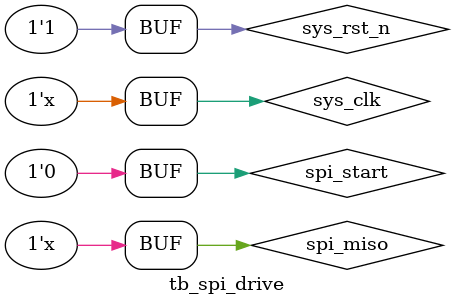
<source format=v>
 
module tb_spi_drive();
//系统接口
reg				sys_clk		;			// 全局时钟50MHz
reg				sys_rst_n	;   		// 复位信号，低电平有效
//用户接口                      		
reg				spi_start 	;   		// 发送传输开始信号，一个高电平
reg				spi_end   	;   		// 发送传输结束信号，一个高电平
reg		[7:0]  	data_send   ;   		// 要发送的数据
wire  	[7:0]  	data_rec  	;   		// 接收到的数据
wire         	send_done	;   		// 主机发送一个字节完毕标志位    
wire         	rec_done	;   		// 主机接收一个字节完毕标志位    
//SPI物理接口                   		
reg				spi_miso	;   		// SPI串行输入，用来接收从机的数据
wire         	spi_sclk	;   		// SPI时钟
wire			spi_cs    	;   		// SPI片选信号
wire         	spi_mosi	;   		// SPI输出，用来给从机发送数据
//仿真用
reg		[3:0]  	cnt_send 	;			//发送数据计数器，0-15      
 
//------------<例化SPI驱动模块（模式0）>----------------------------------------
spi_drive	spi_drive_inst(
	.sys_clk		(sys_clk	), 			
	.sys_rst_n		(sys_rst_n	), 			
		
	.spi_start		(spi_start	), 			
	.spi_end		(spi_end	),
	.data_send		(data_send	), 			
	.data_rec  		(data_rec	), 			
	.send_done		(send_done	), 			
	.rec_done		(rec_done	), 			
				
	.spi_miso		(spi_miso	), 			
	.spi_sclk		(spi_sclk	), 			
	.spi_cs    		(spi_cs		), 			
	.spi_mosi		(spi_mosi	)			
);
 
//------------<设置初始测试条件>----------------------------------------
initial begin
	sys_clk = 1'b0;						//初始时钟为0
	sys_rst_n <= 1'b0;					//初始复位
	spi_start <= 1'b0;	
	data_send <= 8'd0;	
	spi_miso <= 1'bz;	
	spi_end <= 1'b0;	
	#80									//80个时钟周期后
	sys_rst_n <= 1'b1;					//拉高复位，系统进入工作状态
	#30									//30个时钟周期后拉高SPI开始信号，开始SPI传输
	spi_start <= 1'b1;	#20	spi_start <= 1'b0;
end
always@(posedge sys_clk or negedge sys_rst_n)begin
	if(!sys_rst_n)begin
		data_send <= 8'd0;			
		spi_end <= 1'b0;			
		cnt_send <= 4'd0; 		
	end
	else if(send_done)begin						//数据发送完成		
		if(cnt_send == 4'd10)begin		
			cnt_send <= 4'd0; 
			spi_end <= 1'b1;					//拉高结束标志，结束SPI传输过程	
			data_send <= 8'd0;
		end
		else begin
			cnt_send <= cnt_send + 4'd1; 
			spi_end <= 1'b0;					
			data_send <= data_send + 4'd1;		//发送数据累加	
		end
	end
	else begin
		data_send <= data_send;
		spi_end <= 1'b0;						//其他时候保持SPI传输（不结束）	
	end
end
	
//------------<设置时钟>----------------------------------------------
always #10 sys_clk = ~sys_clk;					//系统时钟周期20ns
 
endmodule
</source>
